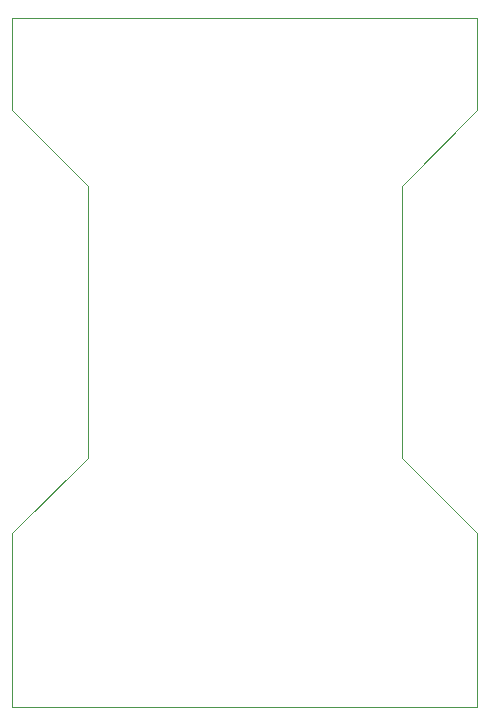
<source format=gm1>
%TF.GenerationSoftware,KiCad,Pcbnew,5.1.7*%
%TF.CreationDate,2020-10-05T22:02:55-05:00*%
%TF.ProjectId,ARC-Boat0,4152432d-426f-4617-9430-2e6b69636164,rev?*%
%TF.SameCoordinates,Original*%
%TF.FileFunction,Profile,NP*%
%FSLAX46Y46*%
G04 Gerber Fmt 4.6, Leading zero omitted, Abs format (unit mm)*
G04 Created by KiCad (PCBNEW 5.1.7) date 2020-10-05 22:02:55*
%MOMM*%
%LPD*%
G01*
G04 APERTURE LIST*
%TA.AperFunction,Profile*%
%ADD10C,0.050000*%
%TD*%
G04 APERTURE END LIST*
D10*
X109270000Y-48525000D02*
X102870000Y-42125000D01*
X102905000Y-77950000D02*
X109270000Y-71575000D01*
X109270000Y-71575000D02*
X109270000Y-48525000D01*
X102905000Y-92710000D02*
X102905000Y-77950000D01*
X102870000Y-34300000D02*
X102870000Y-42125000D01*
X142275000Y-34300000D02*
X142275000Y-42125000D01*
X135875000Y-48525000D02*
X142275000Y-42125000D01*
X102870000Y-34300000D02*
X142275000Y-34300000D01*
X135875000Y-71575000D02*
X135875000Y-48525000D01*
X142240000Y-77950000D02*
X135875000Y-71575000D01*
X142240000Y-92710000D02*
X142240000Y-77950000D01*
X102905000Y-92710000D02*
X142240000Y-92710000D01*
M02*

</source>
